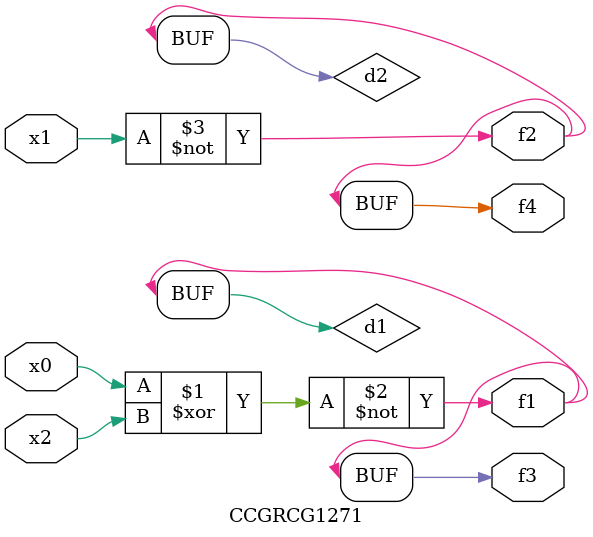
<source format=v>
module CCGRCG1271(
	input x0, x1, x2,
	output f1, f2, f3, f4
);

	wire d1, d2, d3;

	xnor (d1, x0, x2);
	nand (d2, x1);
	nor (d3, x1, x2);
	assign f1 = d1;
	assign f2 = d2;
	assign f3 = d1;
	assign f4 = d2;
endmodule

</source>
